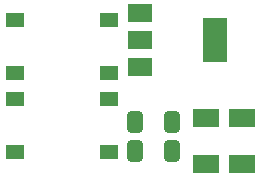
<source format=gbr>
%TF.GenerationSoftware,KiCad,Pcbnew,7.0.6-1.fc38*%
%TF.CreationDate,2023-08-14T18:07:59+02:00*%
%TF.ProjectId,ESP12F_PROGRAMMER,45535031-3246-45f5-9052-4f4752414d4d,rev?*%
%TF.SameCoordinates,Original*%
%TF.FileFunction,Paste,Top*%
%TF.FilePolarity,Positive*%
%FSLAX46Y46*%
G04 Gerber Fmt 4.6, Leading zero omitted, Abs format (unit mm)*
G04 Created by KiCad (PCBNEW 7.0.6-1.fc38) date 2023-08-14 18:07:59*
%MOMM*%
%LPD*%
G01*
G04 APERTURE LIST*
G04 Aperture macros list*
%AMRoundRect*
0 Rectangle with rounded corners*
0 $1 Rounding radius*
0 $2 $3 $4 $5 $6 $7 $8 $9 X,Y pos of 4 corners*
0 Add a 4 corners polygon primitive as box body*
4,1,4,$2,$3,$4,$5,$6,$7,$8,$9,$2,$3,0*
0 Add four circle primitives for the rounded corners*
1,1,$1+$1,$2,$3*
1,1,$1+$1,$4,$5*
1,1,$1+$1,$6,$7*
1,1,$1+$1,$8,$9*
0 Add four rect primitives between the rounded corners*
20,1,$1+$1,$2,$3,$4,$5,0*
20,1,$1+$1,$4,$5,$6,$7,0*
20,1,$1+$1,$6,$7,$8,$9,0*
20,1,$1+$1,$8,$9,$2,$3,0*%
G04 Aperture macros list end*
%ADD10RoundRect,0.250000X0.412500X0.650000X-0.412500X0.650000X-0.412500X-0.650000X0.412500X-0.650000X0*%
%ADD11R,2.200000X1.600000*%
%ADD12R,1.550000X1.300000*%
%ADD13R,2.000000X1.500000*%
%ADD14R,2.000000X3.800000*%
G04 APERTURE END LIST*
D10*
%TO.C,C4*%
X131483500Y-102870000D03*
X128358500Y-102870000D03*
%TD*%
D11*
%TO.C,C2*%
X134390000Y-100076000D03*
X137390000Y-100076000D03*
%TD*%
D12*
%TO.C,RST*%
X118237000Y-98497000D03*
X126187000Y-98497000D03*
X118237000Y-102997000D03*
X126187000Y-102997000D03*
%TD*%
D11*
%TO.C,C3*%
X134414000Y-104013000D03*
X137414000Y-104013000D03*
%TD*%
D12*
%TO.C,PRG*%
X126187000Y-96321000D03*
X118237000Y-96321000D03*
X126187000Y-91821000D03*
X118237000Y-91821000D03*
%TD*%
D13*
%TO.C,U1*%
X128803000Y-91172000D03*
X128803000Y-93472000D03*
D14*
X135103000Y-93472000D03*
D13*
X128803000Y-95772000D03*
%TD*%
D10*
%TO.C,C1*%
X131483500Y-100457000D03*
X128358500Y-100457000D03*
%TD*%
M02*

</source>
